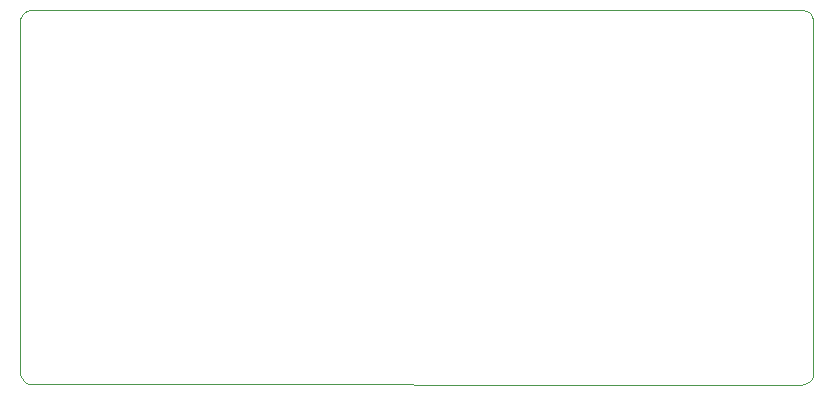
<source format=gko>
G04*
G04 #@! TF.GenerationSoftware,Altium Limited,Altium Designer,21.6.4 (81)*
G04*
G04 Layer_Color=16711935*
%FSLAX25Y25*%
%MOIN*%
G70*
G04*
G04 #@! TF.SameCoordinates,58B769C5-09E4-400E-A119-9391F3B74D98*
G04*
G04*
G04 #@! TF.FilePolarity,Positive*
G04*
G01*
G75*
%ADD41C,0.00050*%
G54D41*
X590850Y693484D02*
X590991Y692419D01*
X591402Y691427D01*
X592055Y690575D01*
X592907Y689921D01*
X593900Y689510D01*
X594965Y689370D01*
X851295Y689354D02*
X852333Y689492D01*
X853300Y689893D01*
X854130Y690531D01*
X854766Y691361D01*
X855167Y692328D01*
X855303Y693366D01*
X855315Y810118D02*
X855208Y811064D01*
X854893Y811962D01*
X854386Y812767D01*
X853713Y813439D01*
X852907Y813946D01*
X852009Y814260D01*
X851063Y814366D01*
X595055Y814358D02*
X594117Y814252D01*
X593227Y813939D01*
X592428Y813437D01*
X591761Y812769D01*
X591260Y811970D01*
X590948Y811079D01*
X590842Y810142D01*
X595055Y814358D02*
X851063Y814366D01*
X594965Y689370D02*
X851295Y689354D01*
X590842Y810142D02*
X590850Y693484D01*
X855303Y693366D02*
X855315Y810118D01*
M02*

</source>
